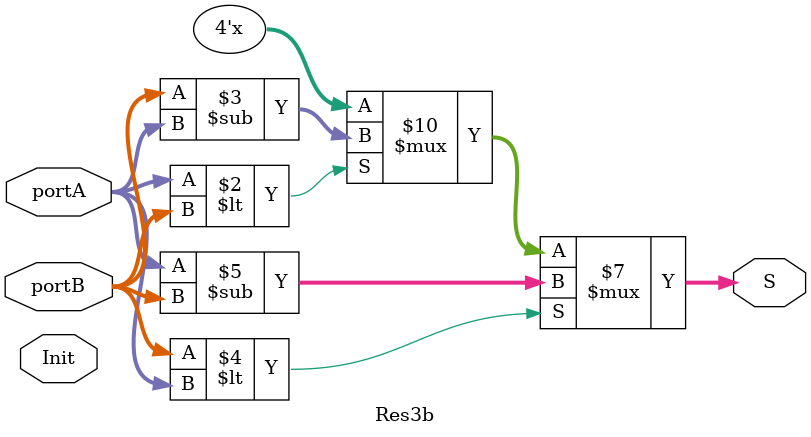
<source format=v>
module  Res3b( 

  input Init,
  input [2:0] portA,
  input [2:0] portB,
  output reg [3:0] S
);

  reg [2:0] A;
  reg [2:0] B;
  
  
 always @(Init == 1) begin

       if (portA < portB) begin
		B = portB;
		A = portA;

		S = portB - portA;
	end
	

       if (portB < portA) begin

		S = portA - portB;
	end
end


endmodule

</source>
